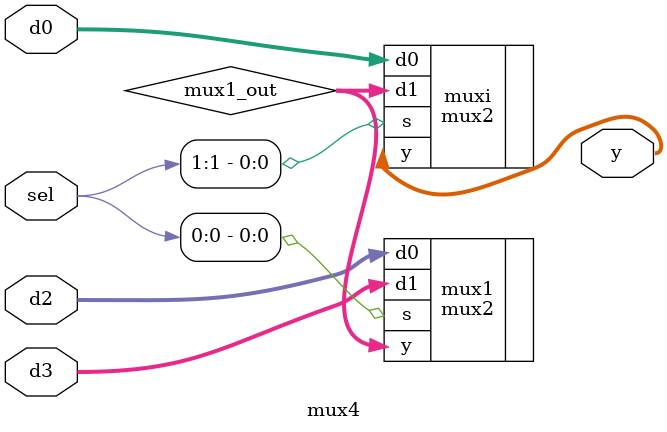
<source format=sv>
module mux4 #(parameter WIDTH = 8)
    (input logic [WIDTH-1:0] d0, d2, d3,
     input logic [1:0] sel,
     output logic [WIDTH-1:0] y);

    wire [WIDTH-1:0] mux0_out, mux1_out;
    mux2 #(WIDTH) mux1 (.d0(d2), .d1(d3), .s(sel[0]), .y(mux1_out));

    mux2 #(WIDTH) muxi (.d0(d0), .d1(mux1_out), .s(sel[1]), .y(y));
endmodule

</source>
